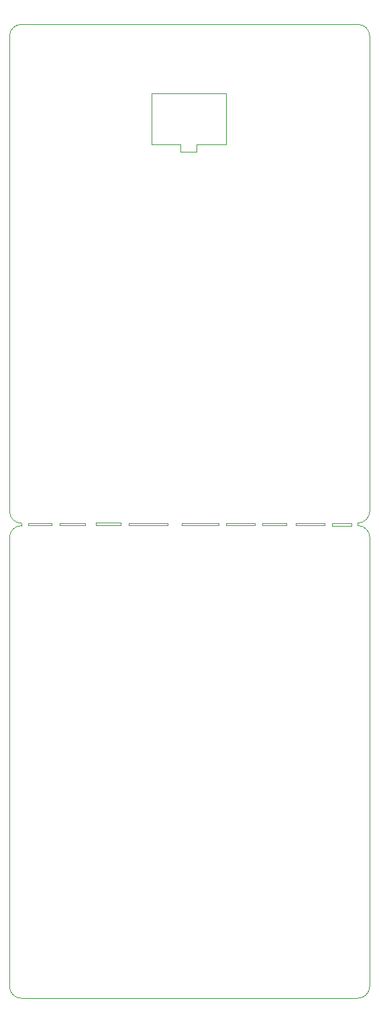
<source format=gm1>
%TF.GenerationSoftware,KiCad,Pcbnew,(6.0.1)*%
%TF.CreationDate,2022-02-08T10:08:30+01:00*%
%TF.ProjectId,CaricoFittizioStrumentato,43617269-636f-4466-9974-74697a696f53,rev?*%
%TF.SameCoordinates,Original*%
%TF.FileFunction,Profile,NP*%
%FSLAX46Y46*%
G04 Gerber Fmt 4.6, Leading zero omitted, Abs format (unit mm)*
G04 Created by KiCad (PCBNEW (6.0.1)) date 2022-02-08 10:08:30*
%MOMM*%
%LPD*%
G01*
G04 APERTURE LIST*
%TA.AperFunction,Profile*%
%ADD10C,0.100000*%
%TD*%
%TA.AperFunction,Profile*%
%ADD11C,0.120000*%
%TD*%
G04 APERTURE END LIST*
D10*
X108381800Y-124117100D02*
X108381800Y-64236600D01*
X130149600Y-125603000D02*
X134772400Y-125603000D01*
X134772400Y-125603000D02*
X134772400Y-125907800D01*
X134772400Y-125907800D02*
X130149600Y-125907800D01*
X130149600Y-125907800D02*
X130149600Y-125603000D01*
X109880400Y-62738006D02*
X152356325Y-62737998D01*
X152349205Y-185496199D02*
X109873281Y-185496198D01*
X152349199Y-125913372D02*
X152349200Y-125603000D01*
X153854916Y-64236595D02*
G75*
G03*
X152356325Y-62737998I-1498572J25D01*
G01*
X153847798Y-127411969D02*
G75*
G03*
X152349199Y-125913372I-1498604J-7D01*
G01*
X143306800Y-125603000D02*
X140309600Y-125603000D01*
X140309600Y-125603000D02*
X140309600Y-125907800D01*
X140309600Y-125907800D02*
X143306800Y-125907800D01*
X143306800Y-125907800D02*
X143306800Y-125603000D01*
X153854916Y-64236595D02*
X153847799Y-124104397D01*
X108374668Y-183997597D02*
G75*
G03*
X109873281Y-185496198I1498602J1D01*
G01*
X117957600Y-125603000D02*
X114681000Y-125603000D01*
X114681000Y-125603000D02*
X114681000Y-125907800D01*
X114681000Y-125907800D02*
X117957600Y-125907800D01*
X117957600Y-125907800D02*
X117957600Y-125603000D01*
X119253000Y-125577600D02*
X122453400Y-125577600D01*
X122453400Y-125577600D02*
X122453400Y-125907800D01*
X122453400Y-125907800D02*
X119253000Y-125907800D01*
X119253000Y-125907800D02*
X119253000Y-125577600D01*
X153847805Y-183997591D02*
X153847798Y-127411969D01*
X109880400Y-125615700D02*
X109880398Y-125926071D01*
X108381802Y-127424672D02*
X108374668Y-183997597D01*
X109880400Y-62738006D02*
G75*
G03*
X108381800Y-64236600I-16J-1498584D01*
G01*
X128371600Y-125603000D02*
X123469400Y-125603000D01*
X123469400Y-125603000D02*
X123469400Y-125907800D01*
X123469400Y-125907800D02*
X128371600Y-125907800D01*
X128371600Y-125907800D02*
X128371600Y-125603000D01*
X108381800Y-124117100D02*
G75*
G03*
X109880400Y-125615700I1498601J1D01*
G01*
X151511000Y-125603000D02*
X149123400Y-125603000D01*
X149123400Y-125603000D02*
X149123400Y-125933200D01*
X149123400Y-125933200D02*
X151511000Y-125933200D01*
X151511000Y-125933200D02*
X151511000Y-125603000D01*
X113690400Y-125603000D02*
X110744000Y-125603000D01*
X110744000Y-125603000D02*
X110744000Y-125907800D01*
X110744000Y-125907800D02*
X113690400Y-125907800D01*
X113690400Y-125907800D02*
X113690400Y-125603000D01*
X152349200Y-125603000D02*
G75*
G03*
X153847799Y-124104397I3J1498596D01*
G01*
X139344400Y-125603000D02*
X135737600Y-125603000D01*
X135737600Y-125603000D02*
X135737600Y-125907800D01*
X135737600Y-125907800D02*
X139344400Y-125907800D01*
X139344400Y-125907800D02*
X139344400Y-125603000D01*
X152349205Y-185496199D02*
G75*
G03*
X153847805Y-183997591I6J1498594D01*
G01*
X109880398Y-125926071D02*
G75*
G03*
X108381802Y-127424672I10J-1498606D01*
G01*
X144500600Y-125603000D02*
X148183600Y-125603000D01*
X148183600Y-125603000D02*
X148183600Y-125907800D01*
X148183600Y-125907800D02*
X144500600Y-125907800D01*
X144500600Y-125907800D02*
X144500600Y-125603000D01*
D11*
X131953000Y-77850600D02*
X135687800Y-77850600D01*
D10*
X129946400Y-77850600D02*
X126287800Y-77850600D01*
D11*
X131953000Y-78841600D02*
X131953000Y-77850600D01*
D10*
X126287800Y-71450600D02*
X135687800Y-71450600D01*
X126287800Y-77850600D02*
X126287800Y-71450600D01*
X135687800Y-71450600D02*
X135687800Y-77850600D01*
D11*
X129946400Y-78841600D02*
X131953000Y-78841600D01*
X129946400Y-77850600D02*
X129946400Y-78841600D01*
M02*

</source>
